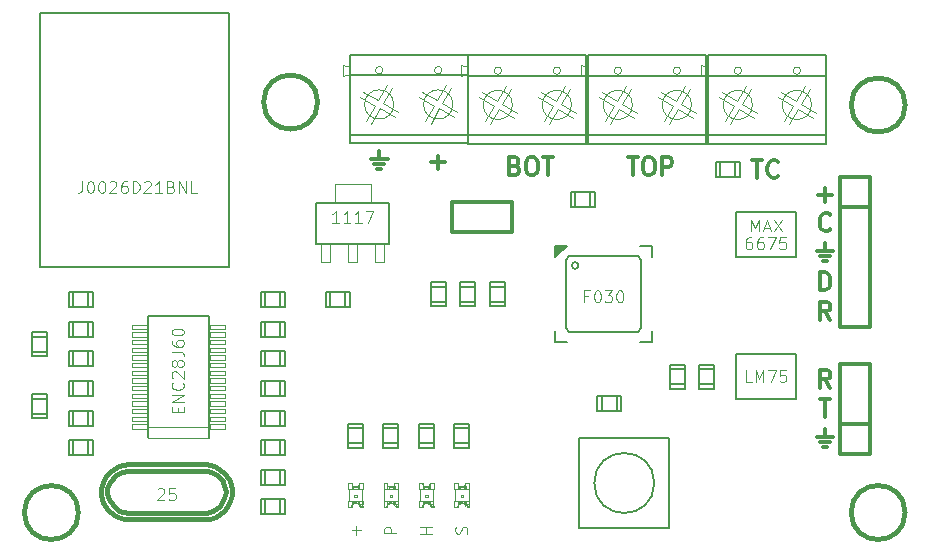
<source format=gto>
%FSLAX46Y46*%
G04 Gerber Fmt 4.6, Leading zero omitted, Abs format (unit mm)*
G04 Created by KiCad (PCBNEW (2014-jul-16 BZR unknown)-product) date Thu 14 Aug 2014 03:55:34 PM CEST*
%MOMM*%
G01*
G04 APERTURE LIST*
%ADD10C,0.020000*%
%ADD11C,0.300000*%
%ADD12C,0.100000*%
%ADD13C,0.127000*%
%ADD14C,0.066040*%
%ADD15C,0.101600*%
%ADD16C,0.050800*%
%ADD17C,0.150000*%
%ADD18C,0.152400*%
%ADD19C,0.076200*%
%ADD20C,0.038100*%
%ADD21C,0.304800*%
%ADD22C,0.203200*%
%ADD23C,0.149860*%
%ADD24C,0.381000*%
G04 APERTURE END LIST*
D10*
D11*
X54128572Y-21557143D02*
X55271429Y-21557143D01*
X54700000Y-22128571D02*
X54700000Y-20985714D01*
X48985715Y-21271429D02*
X50414286Y-21271429D01*
X49271429Y-21700000D02*
X50128572Y-21700000D01*
X49700000Y-20628571D02*
X49700000Y-21271429D01*
X49842858Y-22128571D02*
X49557143Y-22128571D01*
D12*
X24557143Y-23152381D02*
X24557143Y-23866667D01*
X24509523Y-24009524D01*
X24414285Y-24104762D01*
X24271428Y-24152381D01*
X24176190Y-24152381D01*
X25223809Y-23152381D02*
X25319048Y-23152381D01*
X25414286Y-23200000D01*
X25461905Y-23247619D01*
X25509524Y-23342857D01*
X25557143Y-23533333D01*
X25557143Y-23771429D01*
X25509524Y-23961905D01*
X25461905Y-24057143D01*
X25414286Y-24104762D01*
X25319048Y-24152381D01*
X25223809Y-24152381D01*
X25128571Y-24104762D01*
X25080952Y-24057143D01*
X25033333Y-23961905D01*
X24985714Y-23771429D01*
X24985714Y-23533333D01*
X25033333Y-23342857D01*
X25080952Y-23247619D01*
X25128571Y-23200000D01*
X25223809Y-23152381D01*
X26176190Y-23152381D02*
X26271429Y-23152381D01*
X26366667Y-23200000D01*
X26414286Y-23247619D01*
X26461905Y-23342857D01*
X26509524Y-23533333D01*
X26509524Y-23771429D01*
X26461905Y-23961905D01*
X26414286Y-24057143D01*
X26366667Y-24104762D01*
X26271429Y-24152381D01*
X26176190Y-24152381D01*
X26080952Y-24104762D01*
X26033333Y-24057143D01*
X25985714Y-23961905D01*
X25938095Y-23771429D01*
X25938095Y-23533333D01*
X25985714Y-23342857D01*
X26033333Y-23247619D01*
X26080952Y-23200000D01*
X26176190Y-23152381D01*
X26890476Y-23247619D02*
X26938095Y-23200000D01*
X27033333Y-23152381D01*
X27271429Y-23152381D01*
X27366667Y-23200000D01*
X27414286Y-23247619D01*
X27461905Y-23342857D01*
X27461905Y-23438095D01*
X27414286Y-23580952D01*
X26842857Y-24152381D01*
X27461905Y-24152381D01*
X28319048Y-23152381D02*
X28128571Y-23152381D01*
X28033333Y-23200000D01*
X27985714Y-23247619D01*
X27890476Y-23390476D01*
X27842857Y-23580952D01*
X27842857Y-23961905D01*
X27890476Y-24057143D01*
X27938095Y-24104762D01*
X28033333Y-24152381D01*
X28223810Y-24152381D01*
X28319048Y-24104762D01*
X28366667Y-24057143D01*
X28414286Y-23961905D01*
X28414286Y-23723810D01*
X28366667Y-23628571D01*
X28319048Y-23580952D01*
X28223810Y-23533333D01*
X28033333Y-23533333D01*
X27938095Y-23580952D01*
X27890476Y-23628571D01*
X27842857Y-23723810D01*
X28842857Y-24152381D02*
X28842857Y-23152381D01*
X29080952Y-23152381D01*
X29223810Y-23200000D01*
X29319048Y-23295238D01*
X29366667Y-23390476D01*
X29414286Y-23580952D01*
X29414286Y-23723810D01*
X29366667Y-23914286D01*
X29319048Y-24009524D01*
X29223810Y-24104762D01*
X29080952Y-24152381D01*
X28842857Y-24152381D01*
X29795238Y-23247619D02*
X29842857Y-23200000D01*
X29938095Y-23152381D01*
X30176191Y-23152381D01*
X30271429Y-23200000D01*
X30319048Y-23247619D01*
X30366667Y-23342857D01*
X30366667Y-23438095D01*
X30319048Y-23580952D01*
X29747619Y-24152381D01*
X30366667Y-24152381D01*
X31319048Y-24152381D02*
X30747619Y-24152381D01*
X31033333Y-24152381D02*
X31033333Y-23152381D01*
X30938095Y-23295238D01*
X30842857Y-23390476D01*
X30747619Y-23438095D01*
X32080953Y-23628571D02*
X32223810Y-23676190D01*
X32271429Y-23723810D01*
X32319048Y-23819048D01*
X32319048Y-23961905D01*
X32271429Y-24057143D01*
X32223810Y-24104762D01*
X32128572Y-24152381D01*
X31747619Y-24152381D01*
X31747619Y-23152381D01*
X32080953Y-23152381D01*
X32176191Y-23200000D01*
X32223810Y-23247619D01*
X32271429Y-23342857D01*
X32271429Y-23438095D01*
X32223810Y-23533333D01*
X32176191Y-23580952D01*
X32080953Y-23628571D01*
X31747619Y-23628571D01*
X32747619Y-24152381D02*
X32747619Y-23152381D01*
X33319048Y-24152381D01*
X33319048Y-23152381D01*
X34271429Y-24152381D02*
X33795238Y-24152381D01*
X33795238Y-23152381D01*
X81235715Y-40152381D02*
X80759524Y-40152381D01*
X80759524Y-39152381D01*
X81569048Y-40152381D02*
X81569048Y-39152381D01*
X81902382Y-39866667D01*
X82235715Y-39152381D01*
X82235715Y-40152381D01*
X82616667Y-39152381D02*
X83283334Y-39152381D01*
X82854762Y-40152381D01*
X84140477Y-39152381D02*
X83664286Y-39152381D01*
X83616667Y-39628571D01*
X83664286Y-39580952D01*
X83759524Y-39533333D01*
X83997620Y-39533333D01*
X84092858Y-39580952D01*
X84140477Y-39628571D01*
X84188096Y-39723810D01*
X84188096Y-39961905D01*
X84140477Y-40057143D01*
X84092858Y-40104762D01*
X83997620Y-40152381D01*
X83759524Y-40152381D01*
X83664286Y-40104762D01*
X83616667Y-40057143D01*
X81211905Y-27902381D02*
X81021428Y-27902381D01*
X80926190Y-27950000D01*
X80878571Y-27997619D01*
X80783333Y-28140476D01*
X80735714Y-28330952D01*
X80735714Y-28711905D01*
X80783333Y-28807143D01*
X80830952Y-28854762D01*
X80926190Y-28902381D01*
X81116667Y-28902381D01*
X81211905Y-28854762D01*
X81259524Y-28807143D01*
X81307143Y-28711905D01*
X81307143Y-28473810D01*
X81259524Y-28378571D01*
X81211905Y-28330952D01*
X81116667Y-28283333D01*
X80926190Y-28283333D01*
X80830952Y-28330952D01*
X80783333Y-28378571D01*
X80735714Y-28473810D01*
X82164286Y-27902381D02*
X81973809Y-27902381D01*
X81878571Y-27950000D01*
X81830952Y-27997619D01*
X81735714Y-28140476D01*
X81688095Y-28330952D01*
X81688095Y-28711905D01*
X81735714Y-28807143D01*
X81783333Y-28854762D01*
X81878571Y-28902381D01*
X82069048Y-28902381D01*
X82164286Y-28854762D01*
X82211905Y-28807143D01*
X82259524Y-28711905D01*
X82259524Y-28473810D01*
X82211905Y-28378571D01*
X82164286Y-28330952D01*
X82069048Y-28283333D01*
X81878571Y-28283333D01*
X81783333Y-28330952D01*
X81735714Y-28378571D01*
X81688095Y-28473810D01*
X82592857Y-27902381D02*
X83259524Y-27902381D01*
X82830952Y-28902381D01*
X84116667Y-27902381D02*
X83640476Y-27902381D01*
X83592857Y-28378571D01*
X83640476Y-28330952D01*
X83735714Y-28283333D01*
X83973810Y-28283333D01*
X84069048Y-28330952D01*
X84116667Y-28378571D01*
X84164286Y-28473810D01*
X84164286Y-28711905D01*
X84116667Y-28807143D01*
X84069048Y-28854762D01*
X83973810Y-28902381D01*
X83735714Y-28902381D01*
X83640476Y-28854762D01*
X83592857Y-28807143D01*
X81211905Y-27402381D02*
X81211905Y-26402381D01*
X81545239Y-27116667D01*
X81878572Y-26402381D01*
X81878572Y-27402381D01*
X82307143Y-27116667D02*
X82783334Y-27116667D01*
X82211905Y-27402381D02*
X82545238Y-26402381D01*
X82878572Y-27402381D01*
X83116667Y-26402381D02*
X83783334Y-27402381D01*
X83783334Y-26402381D02*
X83116667Y-27402381D01*
X30938095Y-49247619D02*
X30985714Y-49200000D01*
X31080952Y-49152381D01*
X31319048Y-49152381D01*
X31414286Y-49200000D01*
X31461905Y-49247619D01*
X31509524Y-49342857D01*
X31509524Y-49438095D01*
X31461905Y-49580952D01*
X30890476Y-50152381D01*
X31509524Y-50152381D01*
X32414286Y-49152381D02*
X31938095Y-49152381D01*
X31890476Y-49628571D01*
X31938095Y-49580952D01*
X32033333Y-49533333D01*
X32271429Y-49533333D01*
X32366667Y-49580952D01*
X32414286Y-49628571D01*
X32461905Y-49723810D01*
X32461905Y-49961905D01*
X32414286Y-50057143D01*
X32366667Y-50104762D01*
X32271429Y-50152381D01*
X32033333Y-50152381D01*
X31938095Y-50104762D01*
X31890476Y-50057143D01*
X67414286Y-32878571D02*
X67080952Y-32878571D01*
X67080952Y-33402381D02*
X67080952Y-32402381D01*
X67557143Y-32402381D01*
X68128571Y-32402381D02*
X68223810Y-32402381D01*
X68319048Y-32450000D01*
X68366667Y-32497619D01*
X68414286Y-32592857D01*
X68461905Y-32783333D01*
X68461905Y-33021429D01*
X68414286Y-33211905D01*
X68366667Y-33307143D01*
X68319048Y-33354762D01*
X68223810Y-33402381D01*
X68128571Y-33402381D01*
X68033333Y-33354762D01*
X67985714Y-33307143D01*
X67938095Y-33211905D01*
X67890476Y-33021429D01*
X67890476Y-32783333D01*
X67938095Y-32592857D01*
X67985714Y-32497619D01*
X68033333Y-32450000D01*
X68128571Y-32402381D01*
X68795238Y-32402381D02*
X69414286Y-32402381D01*
X69080952Y-32783333D01*
X69223810Y-32783333D01*
X69319048Y-32830952D01*
X69366667Y-32878571D01*
X69414286Y-32973810D01*
X69414286Y-33211905D01*
X69366667Y-33307143D01*
X69319048Y-33354762D01*
X69223810Y-33402381D01*
X68938095Y-33402381D01*
X68842857Y-33354762D01*
X68795238Y-33307143D01*
X70033333Y-32402381D02*
X70128572Y-32402381D01*
X70223810Y-32450000D01*
X70271429Y-32497619D01*
X70319048Y-32592857D01*
X70366667Y-32783333D01*
X70366667Y-33021429D01*
X70319048Y-33211905D01*
X70271429Y-33307143D01*
X70223810Y-33354762D01*
X70128572Y-33402381D01*
X70033333Y-33402381D01*
X69938095Y-33354762D01*
X69890476Y-33307143D01*
X69842857Y-33211905D01*
X69795238Y-33021429D01*
X69795238Y-32783333D01*
X69842857Y-32592857D01*
X69890476Y-32497619D01*
X69938095Y-32450000D01*
X70033333Y-32402381D01*
X57104762Y-52985714D02*
X57152381Y-52842857D01*
X57152381Y-52604761D01*
X57104762Y-52509523D01*
X57057143Y-52461904D01*
X56961905Y-52414285D01*
X56866667Y-52414285D01*
X56771429Y-52461904D01*
X56723810Y-52509523D01*
X56676190Y-52604761D01*
X56628571Y-52795238D01*
X56580952Y-52890476D01*
X56533333Y-52938095D01*
X56438095Y-52985714D01*
X56342857Y-52985714D01*
X56247619Y-52938095D01*
X56200000Y-52890476D01*
X56152381Y-52795238D01*
X56152381Y-52557142D01*
X56200000Y-52414285D01*
X54152381Y-52985714D02*
X53152381Y-52985714D01*
X53628571Y-52985714D02*
X53628571Y-52414285D01*
X54152381Y-52414285D02*
X53152381Y-52414285D01*
X51152381Y-52961905D02*
X50152381Y-52961905D01*
X50152381Y-52580952D01*
X50200000Y-52485714D01*
X50247619Y-52438095D01*
X50342857Y-52390476D01*
X50485714Y-52390476D01*
X50580952Y-52438095D01*
X50628571Y-52485714D01*
X50676190Y-52580952D01*
X50676190Y-52961905D01*
X47771429Y-53080952D02*
X47771429Y-52319047D01*
X48152381Y-52699999D02*
X47390476Y-52699999D01*
X46307143Y-26652381D02*
X45735714Y-26652381D01*
X46021428Y-26652381D02*
X46021428Y-25652381D01*
X45926190Y-25795238D01*
X45830952Y-25890476D01*
X45735714Y-25938095D01*
X47259524Y-26652381D02*
X46688095Y-26652381D01*
X46973809Y-26652381D02*
X46973809Y-25652381D01*
X46878571Y-25795238D01*
X46783333Y-25890476D01*
X46688095Y-25938095D01*
X48211905Y-26652381D02*
X47640476Y-26652381D01*
X47926190Y-26652381D02*
X47926190Y-25652381D01*
X47830952Y-25795238D01*
X47735714Y-25890476D01*
X47640476Y-25938095D01*
X48545238Y-25652381D02*
X49211905Y-25652381D01*
X48783333Y-26652381D01*
X32628571Y-42723810D02*
X32628571Y-42390476D01*
X33152381Y-42247619D02*
X33152381Y-42723810D01*
X32152381Y-42723810D01*
X32152381Y-42247619D01*
X33152381Y-41819048D02*
X32152381Y-41819048D01*
X33152381Y-41247619D01*
X32152381Y-41247619D01*
X33057143Y-40200000D02*
X33104762Y-40247619D01*
X33152381Y-40390476D01*
X33152381Y-40485714D01*
X33104762Y-40628572D01*
X33009524Y-40723810D01*
X32914286Y-40771429D01*
X32723810Y-40819048D01*
X32580952Y-40819048D01*
X32390476Y-40771429D01*
X32295238Y-40723810D01*
X32200000Y-40628572D01*
X32152381Y-40485714D01*
X32152381Y-40390476D01*
X32200000Y-40247619D01*
X32247619Y-40200000D01*
X32247619Y-39819048D02*
X32200000Y-39771429D01*
X32152381Y-39676191D01*
X32152381Y-39438095D01*
X32200000Y-39342857D01*
X32247619Y-39295238D01*
X32342857Y-39247619D01*
X32438095Y-39247619D01*
X32580952Y-39295238D01*
X33152381Y-39866667D01*
X33152381Y-39247619D01*
X32580952Y-38676191D02*
X32533333Y-38771429D01*
X32485714Y-38819048D01*
X32390476Y-38866667D01*
X32342857Y-38866667D01*
X32247619Y-38819048D01*
X32200000Y-38771429D01*
X32152381Y-38676191D01*
X32152381Y-38485714D01*
X32200000Y-38390476D01*
X32247619Y-38342857D01*
X32342857Y-38295238D01*
X32390476Y-38295238D01*
X32485714Y-38342857D01*
X32533333Y-38390476D01*
X32580952Y-38485714D01*
X32580952Y-38676191D01*
X32628571Y-38771429D01*
X32676190Y-38819048D01*
X32771429Y-38866667D01*
X32961905Y-38866667D01*
X33057143Y-38819048D01*
X33104762Y-38771429D01*
X33152381Y-38676191D01*
X33152381Y-38485714D01*
X33104762Y-38390476D01*
X33057143Y-38342857D01*
X32961905Y-38295238D01*
X32771429Y-38295238D01*
X32676190Y-38342857D01*
X32628571Y-38390476D01*
X32580952Y-38485714D01*
X32152381Y-37580952D02*
X32866667Y-37580952D01*
X33009524Y-37628572D01*
X33104762Y-37723810D01*
X33152381Y-37866667D01*
X33152381Y-37961905D01*
X32152381Y-36676190D02*
X32152381Y-36866667D01*
X32200000Y-36961905D01*
X32247619Y-37009524D01*
X32390476Y-37104762D01*
X32580952Y-37152381D01*
X32961905Y-37152381D01*
X33057143Y-37104762D01*
X33104762Y-37057143D01*
X33152381Y-36961905D01*
X33152381Y-36771428D01*
X33104762Y-36676190D01*
X33057143Y-36628571D01*
X32961905Y-36580952D01*
X32723810Y-36580952D01*
X32628571Y-36628571D01*
X32580952Y-36676190D01*
X32533333Y-36771428D01*
X32533333Y-36961905D01*
X32580952Y-37057143D01*
X32628571Y-37104762D01*
X32723810Y-37152381D01*
X32152381Y-35961905D02*
X32152381Y-35866666D01*
X32200000Y-35771428D01*
X32247619Y-35723809D01*
X32342857Y-35676190D01*
X32533333Y-35628571D01*
X32771429Y-35628571D01*
X32961905Y-35676190D01*
X33057143Y-35723809D01*
X33104762Y-35771428D01*
X33152381Y-35866666D01*
X33152381Y-35961905D01*
X33104762Y-36057143D01*
X33057143Y-36104762D01*
X32961905Y-36152381D01*
X32771429Y-36200000D01*
X32533333Y-36200000D01*
X32342857Y-36152381D01*
X32247619Y-36104762D01*
X32200000Y-36057143D01*
X32152381Y-35961905D01*
D11*
X81271429Y-21378571D02*
X82128572Y-21378571D01*
X81700001Y-22878571D02*
X81700001Y-21378571D01*
X83485715Y-22735714D02*
X83414286Y-22807143D01*
X83200000Y-22878571D01*
X83057143Y-22878571D01*
X82842858Y-22807143D01*
X82700000Y-22664286D01*
X82628572Y-22521429D01*
X82557143Y-22235714D01*
X82557143Y-22021429D01*
X82628572Y-21735714D01*
X82700000Y-21592857D01*
X82842858Y-21450000D01*
X83057143Y-21378571D01*
X83200000Y-21378571D01*
X83414286Y-21450000D01*
X83485715Y-21521429D01*
X70735714Y-21128571D02*
X71592857Y-21128571D01*
X71164286Y-22628571D02*
X71164286Y-21128571D01*
X72378571Y-21128571D02*
X72664285Y-21128571D01*
X72807143Y-21200000D01*
X72950000Y-21342857D01*
X73021428Y-21628571D01*
X73021428Y-22128571D01*
X72950000Y-22414286D01*
X72807143Y-22557143D01*
X72664285Y-22628571D01*
X72378571Y-22628571D01*
X72235714Y-22557143D01*
X72092857Y-22414286D01*
X72021428Y-22128571D01*
X72021428Y-21628571D01*
X72092857Y-21342857D01*
X72235714Y-21200000D01*
X72378571Y-21128571D01*
X73664286Y-22628571D02*
X73664286Y-21128571D01*
X74235714Y-21128571D01*
X74378572Y-21200000D01*
X74450000Y-21271429D01*
X74521429Y-21414286D01*
X74521429Y-21628571D01*
X74450000Y-21771429D01*
X74378572Y-21842857D01*
X74235714Y-21914286D01*
X73664286Y-21914286D01*
X61200000Y-21842857D02*
X61414286Y-21914286D01*
X61485714Y-21985714D01*
X61557143Y-22128571D01*
X61557143Y-22342857D01*
X61485714Y-22485714D01*
X61414286Y-22557143D01*
X61271428Y-22628571D01*
X60700000Y-22628571D01*
X60700000Y-21128571D01*
X61200000Y-21128571D01*
X61342857Y-21200000D01*
X61414286Y-21271429D01*
X61485714Y-21414286D01*
X61485714Y-21557143D01*
X61414286Y-21700000D01*
X61342857Y-21771429D01*
X61200000Y-21842857D01*
X60700000Y-21842857D01*
X62485714Y-21128571D02*
X62771428Y-21128571D01*
X62914286Y-21200000D01*
X63057143Y-21342857D01*
X63128571Y-21628571D01*
X63128571Y-22128571D01*
X63057143Y-22414286D01*
X62914286Y-22557143D01*
X62771428Y-22628571D01*
X62485714Y-22628571D01*
X62342857Y-22557143D01*
X62200000Y-22414286D01*
X62128571Y-22128571D01*
X62128571Y-21628571D01*
X62200000Y-21342857D01*
X62342857Y-21200000D01*
X62485714Y-21128571D01*
X63557143Y-21128571D02*
X64414286Y-21128571D01*
X63985715Y-22628571D02*
X63985715Y-21128571D01*
X86735715Y-44771429D02*
X88164286Y-44771429D01*
X87021429Y-45200000D02*
X87878572Y-45200000D01*
X87450000Y-44128571D02*
X87450000Y-44771429D01*
X87592858Y-45628571D02*
X87307143Y-45628571D01*
X86878572Y-24307143D02*
X88021429Y-24307143D01*
X87450000Y-24878571D02*
X87450000Y-23735714D01*
X87914286Y-27235714D02*
X87842857Y-27307143D01*
X87628571Y-27378571D01*
X87485714Y-27378571D01*
X87271429Y-27307143D01*
X87128571Y-27164286D01*
X87057143Y-27021429D01*
X86985714Y-26735714D01*
X86985714Y-26521429D01*
X87057143Y-26235714D01*
X87128571Y-26092857D01*
X87271429Y-25950000D01*
X87485714Y-25878571D01*
X87628571Y-25878571D01*
X87842857Y-25950000D01*
X87914286Y-26021429D01*
X87914286Y-34878571D02*
X87414286Y-34164286D01*
X87057143Y-34878571D02*
X87057143Y-33378571D01*
X87628571Y-33378571D01*
X87771429Y-33450000D01*
X87842857Y-33521429D01*
X87914286Y-33664286D01*
X87914286Y-33878571D01*
X87842857Y-34021429D01*
X87771429Y-34092857D01*
X87628571Y-34164286D01*
X87057143Y-34164286D01*
X87057143Y-32378571D02*
X87057143Y-30878571D01*
X87414286Y-30878571D01*
X87628571Y-30950000D01*
X87771429Y-31092857D01*
X87842857Y-31235714D01*
X87914286Y-31521429D01*
X87914286Y-31735714D01*
X87842857Y-32021429D01*
X87771429Y-32164286D01*
X87628571Y-32307143D01*
X87414286Y-32378571D01*
X87057143Y-32378571D01*
X86735715Y-29021429D02*
X88164286Y-29021429D01*
X87021429Y-29450000D02*
X87878572Y-29450000D01*
X87450000Y-28378571D02*
X87450000Y-29021429D01*
X87592858Y-29878571D02*
X87307143Y-29878571D01*
X87914286Y-40628571D02*
X87414286Y-39914286D01*
X87057143Y-40628571D02*
X87057143Y-39128571D01*
X87628571Y-39128571D01*
X87771429Y-39200000D01*
X87842857Y-39271429D01*
X87914286Y-39414286D01*
X87914286Y-39628571D01*
X87842857Y-39771429D01*
X87771429Y-39842857D01*
X87628571Y-39914286D01*
X87057143Y-39914286D01*
X87021429Y-41628571D02*
X87878572Y-41628571D01*
X87450001Y-43128571D02*
X87450001Y-41628571D01*
D13*
X72990000Y-48700000D02*
G75*
G03X72990000Y-48700000I-2540000J0D01*
G74*
G01*
X74260000Y-44890000D02*
X74260000Y-52510000D01*
X74260000Y-52510000D02*
X66640000Y-52510000D01*
X66640000Y-52510000D02*
X66640000Y-44890000D01*
X74260000Y-44890000D02*
X66640000Y-44890000D01*
X54065000Y-32065000D02*
X55335000Y-32065000D01*
X54065000Y-33335000D02*
X55309600Y-33335000D01*
X54065000Y-33716000D02*
X54065000Y-31684000D01*
X54065000Y-31684000D02*
X55335000Y-31684000D01*
X55335000Y-31684000D02*
X55335000Y-33716000D01*
X55335000Y-33716000D02*
X54065000Y-33716000D01*
X46835000Y-32565000D02*
X46835000Y-33835000D01*
X45565000Y-32565000D02*
X45565000Y-33809600D01*
X45184000Y-32565000D02*
X47216000Y-32565000D01*
X47216000Y-32565000D02*
X47216000Y-33835000D01*
X47216000Y-33835000D02*
X45184000Y-33835000D01*
X45184000Y-33835000D02*
X45184000Y-32565000D01*
X40065000Y-51335000D02*
X40065000Y-50065000D01*
X41335000Y-51335000D02*
X41335000Y-50090400D01*
X41716000Y-51335000D02*
X39684000Y-51335000D01*
X39684000Y-51335000D02*
X39684000Y-50065000D01*
X39684000Y-50065000D02*
X41716000Y-50065000D01*
X41716000Y-50065000D02*
X41716000Y-51335000D01*
X40065000Y-48835000D02*
X40065000Y-47565000D01*
X41335000Y-48835000D02*
X41335000Y-47590400D01*
X41716000Y-48835000D02*
X39684000Y-48835000D01*
X39684000Y-48835000D02*
X39684000Y-47565000D01*
X39684000Y-47565000D02*
X41716000Y-47565000D01*
X41716000Y-47565000D02*
X41716000Y-48835000D01*
X60335000Y-33335000D02*
X59065000Y-33335000D01*
X60335000Y-32065000D02*
X59090400Y-32065000D01*
X60335000Y-31684000D02*
X60335000Y-33716000D01*
X60335000Y-33716000D02*
X59065000Y-33716000D01*
X59065000Y-33716000D02*
X59065000Y-31684000D01*
X59065000Y-31684000D02*
X60335000Y-31684000D01*
X69835000Y-41315000D02*
X69835000Y-42585000D01*
X68565000Y-41315000D02*
X68565000Y-42559600D01*
X68184000Y-41315000D02*
X70216000Y-41315000D01*
X70216000Y-41315000D02*
X70216000Y-42585000D01*
X70216000Y-42585000D02*
X68184000Y-42585000D01*
X68184000Y-42585000D02*
X68184000Y-41315000D01*
X66315000Y-25335000D02*
X66315000Y-24065000D01*
X67585000Y-25335000D02*
X67585000Y-24090400D01*
X67966000Y-25335000D02*
X65934000Y-25335000D01*
X65934000Y-25335000D02*
X65934000Y-24065000D01*
X65934000Y-24065000D02*
X67966000Y-24065000D01*
X67966000Y-24065000D02*
X67966000Y-25335000D01*
X79835000Y-21565000D02*
X79835000Y-22835000D01*
X78565000Y-21565000D02*
X78565000Y-22809600D01*
X78184000Y-21565000D02*
X80216000Y-21565000D01*
X80216000Y-21565000D02*
X80216000Y-22835000D01*
X80216000Y-22835000D02*
X78184000Y-22835000D01*
X78184000Y-22835000D02*
X78184000Y-21565000D01*
X40065000Y-43835000D02*
X40065000Y-42565000D01*
X41335000Y-43835000D02*
X41335000Y-42590400D01*
X41716000Y-43835000D02*
X39684000Y-43835000D01*
X39684000Y-43835000D02*
X39684000Y-42565000D01*
X39684000Y-42565000D02*
X41716000Y-42565000D01*
X41716000Y-42565000D02*
X41716000Y-43835000D01*
X25085000Y-32565000D02*
X25085000Y-33835000D01*
X23815000Y-32565000D02*
X23815000Y-33809600D01*
X23434000Y-32565000D02*
X25466000Y-32565000D01*
X25466000Y-32565000D02*
X25466000Y-33835000D01*
X25466000Y-33835000D02*
X23434000Y-33835000D01*
X23434000Y-33835000D02*
X23434000Y-32565000D01*
X25085000Y-45065000D02*
X25085000Y-46335000D01*
X23815000Y-45065000D02*
X23815000Y-46309600D01*
X23434000Y-45065000D02*
X25466000Y-45065000D01*
X25466000Y-45065000D02*
X25466000Y-46335000D01*
X25466000Y-46335000D02*
X23434000Y-46335000D01*
X23434000Y-46335000D02*
X23434000Y-45065000D01*
X40065000Y-46335000D02*
X40065000Y-45065000D01*
X41335000Y-46335000D02*
X41335000Y-45090400D01*
X41716000Y-46335000D02*
X39684000Y-46335000D01*
X39684000Y-46335000D02*
X39684000Y-45065000D01*
X39684000Y-45065000D02*
X41716000Y-45065000D01*
X41716000Y-45065000D02*
X41716000Y-46335000D01*
X23815000Y-41335000D02*
X23815000Y-40065000D01*
X25085000Y-41335000D02*
X25085000Y-40090400D01*
X25466000Y-41335000D02*
X23434000Y-41335000D01*
X23434000Y-41335000D02*
X23434000Y-40065000D01*
X23434000Y-40065000D02*
X25466000Y-40065000D01*
X25466000Y-40065000D02*
X25466000Y-41335000D01*
X41335000Y-40065000D02*
X41335000Y-41335000D01*
X40065000Y-40065000D02*
X40065000Y-41309600D01*
X39684000Y-40065000D02*
X41716000Y-40065000D01*
X41716000Y-40065000D02*
X41716000Y-41335000D01*
X41716000Y-41335000D02*
X39684000Y-41335000D01*
X39684000Y-41335000D02*
X39684000Y-40065000D01*
D14*
X47400280Y-50197840D02*
X47075160Y-50197840D01*
X47075160Y-50197840D02*
X47075160Y-50698220D01*
X47400280Y-50698220D02*
X47075160Y-50698220D01*
X47400280Y-50197840D02*
X47400280Y-50698220D01*
X48022580Y-50197840D02*
X47872720Y-50197840D01*
X47872720Y-50197840D02*
X47872720Y-50449300D01*
X48022580Y-50449300D02*
X47872720Y-50449300D01*
X48022580Y-50197840D02*
X48022580Y-50449300D01*
X47527280Y-50197840D02*
X47377420Y-50197840D01*
X47377420Y-50197840D02*
X47377420Y-50449300D01*
X47527280Y-50449300D02*
X47377420Y-50449300D01*
X47527280Y-50197840D02*
X47527280Y-50449300D01*
X47898120Y-50197840D02*
X47501880Y-50197840D01*
X47501880Y-50197840D02*
X47501880Y-50373100D01*
X47898120Y-50373100D02*
X47501880Y-50373100D01*
X47898120Y-50197840D02*
X47898120Y-50373100D01*
X47400280Y-48701780D02*
X47075160Y-48701780D01*
X47075160Y-48701780D02*
X47075160Y-49202160D01*
X47400280Y-49202160D02*
X47075160Y-49202160D01*
X47400280Y-48701780D02*
X47400280Y-49202160D01*
X48324840Y-48701780D02*
X47999720Y-48701780D01*
X47999720Y-48701780D02*
X47999720Y-49202160D01*
X48324840Y-49202160D02*
X47999720Y-49202160D01*
X48324840Y-48701780D02*
X48324840Y-49202160D01*
X47527280Y-48950700D02*
X47377420Y-48950700D01*
X47377420Y-48950700D02*
X47377420Y-49202160D01*
X47527280Y-49202160D02*
X47377420Y-49202160D01*
X47527280Y-48950700D02*
X47527280Y-49202160D01*
X48022580Y-48950700D02*
X47872720Y-48950700D01*
X47872720Y-48950700D02*
X47872720Y-49202160D01*
X48022580Y-49202160D02*
X47872720Y-49202160D01*
X48022580Y-48950700D02*
X48022580Y-49202160D01*
X47898120Y-49026900D02*
X47501880Y-49026900D01*
X47501880Y-49026900D02*
X47501880Y-49202160D01*
X47898120Y-49202160D02*
X47501880Y-49202160D01*
X47898120Y-49026900D02*
X47898120Y-49202160D01*
X47799060Y-49700000D02*
X47600940Y-49700000D01*
X47600940Y-49700000D02*
X47600940Y-49898120D01*
X47799060Y-49898120D02*
X47600940Y-49898120D01*
X47799060Y-49700000D02*
X47799060Y-49898120D01*
X48299440Y-50197840D02*
X47999720Y-50197840D01*
X47999720Y-50197840D02*
X47999720Y-50497560D01*
X48299440Y-50497560D02*
X47999720Y-50497560D01*
X48299440Y-50197840D02*
X48299440Y-50497560D01*
X48324840Y-50624560D02*
X48098780Y-50624560D01*
X48098780Y-50624560D02*
X48098780Y-50698220D01*
X48324840Y-50698220D02*
X48098780Y-50698220D01*
X48324840Y-50624560D02*
X48324840Y-50698220D01*
D15*
X47125960Y-50223240D02*
X47125960Y-49176760D01*
X48274040Y-49202160D02*
X48274040Y-50624560D01*
D16*
X48221422Y-50548360D02*
G75*
G03X48221422Y-50548360I-71842J0D01*
G74*
G01*
D15*
X48047980Y-50698220D02*
G75*
G03X47352020Y-50698220I-347980J0D01*
G74*
G01*
X47352020Y-48701780D02*
G75*
G03X48047980Y-48701780I347980J0D01*
G74*
G01*
D14*
X56400280Y-50197840D02*
X56075160Y-50197840D01*
X56075160Y-50197840D02*
X56075160Y-50698220D01*
X56400280Y-50698220D02*
X56075160Y-50698220D01*
X56400280Y-50197840D02*
X56400280Y-50698220D01*
X57022580Y-50197840D02*
X56872720Y-50197840D01*
X56872720Y-50197840D02*
X56872720Y-50449300D01*
X57022580Y-50449300D02*
X56872720Y-50449300D01*
X57022580Y-50197840D02*
X57022580Y-50449300D01*
X56527280Y-50197840D02*
X56377420Y-50197840D01*
X56377420Y-50197840D02*
X56377420Y-50449300D01*
X56527280Y-50449300D02*
X56377420Y-50449300D01*
X56527280Y-50197840D02*
X56527280Y-50449300D01*
X56898120Y-50197840D02*
X56501880Y-50197840D01*
X56501880Y-50197840D02*
X56501880Y-50373100D01*
X56898120Y-50373100D02*
X56501880Y-50373100D01*
X56898120Y-50197840D02*
X56898120Y-50373100D01*
X56400280Y-48701780D02*
X56075160Y-48701780D01*
X56075160Y-48701780D02*
X56075160Y-49202160D01*
X56400280Y-49202160D02*
X56075160Y-49202160D01*
X56400280Y-48701780D02*
X56400280Y-49202160D01*
X57324840Y-48701780D02*
X56999720Y-48701780D01*
X56999720Y-48701780D02*
X56999720Y-49202160D01*
X57324840Y-49202160D02*
X56999720Y-49202160D01*
X57324840Y-48701780D02*
X57324840Y-49202160D01*
X56527280Y-48950700D02*
X56377420Y-48950700D01*
X56377420Y-48950700D02*
X56377420Y-49202160D01*
X56527280Y-49202160D02*
X56377420Y-49202160D01*
X56527280Y-48950700D02*
X56527280Y-49202160D01*
X57022580Y-48950700D02*
X56872720Y-48950700D01*
X56872720Y-48950700D02*
X56872720Y-49202160D01*
X57022580Y-49202160D02*
X56872720Y-49202160D01*
X57022580Y-48950700D02*
X57022580Y-49202160D01*
X56898120Y-49026900D02*
X56501880Y-49026900D01*
X56501880Y-49026900D02*
X56501880Y-49202160D01*
X56898120Y-49202160D02*
X56501880Y-49202160D01*
X56898120Y-49026900D02*
X56898120Y-49202160D01*
X56799060Y-49700000D02*
X56600940Y-49700000D01*
X56600940Y-49700000D02*
X56600940Y-49898120D01*
X56799060Y-49898120D02*
X56600940Y-49898120D01*
X56799060Y-49700000D02*
X56799060Y-49898120D01*
X57299440Y-50197840D02*
X56999720Y-50197840D01*
X56999720Y-50197840D02*
X56999720Y-50497560D01*
X57299440Y-50497560D02*
X56999720Y-50497560D01*
X57299440Y-50197840D02*
X57299440Y-50497560D01*
X57324840Y-50624560D02*
X57098780Y-50624560D01*
X57098780Y-50624560D02*
X57098780Y-50698220D01*
X57324840Y-50698220D02*
X57098780Y-50698220D01*
X57324840Y-50624560D02*
X57324840Y-50698220D01*
D15*
X56125960Y-50223240D02*
X56125960Y-49176760D01*
X57274040Y-49202160D02*
X57274040Y-50624560D01*
D16*
X57221422Y-50548360D02*
G75*
G03X57221422Y-50548360I-71842J0D01*
G74*
G01*
D15*
X57047980Y-50698220D02*
G75*
G03X56352020Y-50698220I-347980J0D01*
G74*
G01*
X56352020Y-48701780D02*
G75*
G03X57047980Y-48701780I347980J0D01*
G74*
G01*
D14*
X53400280Y-50197840D02*
X53075160Y-50197840D01*
X53075160Y-50197840D02*
X53075160Y-50698220D01*
X53400280Y-50698220D02*
X53075160Y-50698220D01*
X53400280Y-50197840D02*
X53400280Y-50698220D01*
X54022580Y-50197840D02*
X53872720Y-50197840D01*
X53872720Y-50197840D02*
X53872720Y-50449300D01*
X54022580Y-50449300D02*
X53872720Y-50449300D01*
X54022580Y-50197840D02*
X54022580Y-50449300D01*
X53527280Y-50197840D02*
X53377420Y-50197840D01*
X53377420Y-50197840D02*
X53377420Y-50449300D01*
X53527280Y-50449300D02*
X53377420Y-50449300D01*
X53527280Y-50197840D02*
X53527280Y-50449300D01*
X53898120Y-50197840D02*
X53501880Y-50197840D01*
X53501880Y-50197840D02*
X53501880Y-50373100D01*
X53898120Y-50373100D02*
X53501880Y-50373100D01*
X53898120Y-50197840D02*
X53898120Y-50373100D01*
X53400280Y-48701780D02*
X53075160Y-48701780D01*
X53075160Y-48701780D02*
X53075160Y-49202160D01*
X53400280Y-49202160D02*
X53075160Y-49202160D01*
X53400280Y-48701780D02*
X53400280Y-49202160D01*
X54324840Y-48701780D02*
X53999720Y-48701780D01*
X53999720Y-48701780D02*
X53999720Y-49202160D01*
X54324840Y-49202160D02*
X53999720Y-49202160D01*
X54324840Y-48701780D02*
X54324840Y-49202160D01*
X53527280Y-48950700D02*
X53377420Y-48950700D01*
X53377420Y-48950700D02*
X53377420Y-49202160D01*
X53527280Y-49202160D02*
X53377420Y-49202160D01*
X53527280Y-48950700D02*
X53527280Y-49202160D01*
X54022580Y-48950700D02*
X53872720Y-48950700D01*
X53872720Y-48950700D02*
X53872720Y-49202160D01*
X54022580Y-49202160D02*
X53872720Y-49202160D01*
X54022580Y-48950700D02*
X54022580Y-49202160D01*
X53898120Y-49026900D02*
X53501880Y-49026900D01*
X53501880Y-49026900D02*
X53501880Y-49202160D01*
X53898120Y-49202160D02*
X53501880Y-49202160D01*
X53898120Y-49026900D02*
X53898120Y-49202160D01*
X53799060Y-49700000D02*
X53600940Y-49700000D01*
X53600940Y-49700000D02*
X53600940Y-49898120D01*
X53799060Y-49898120D02*
X53600940Y-49898120D01*
X53799060Y-49700000D02*
X53799060Y-49898120D01*
X54299440Y-50197840D02*
X53999720Y-50197840D01*
X53999720Y-50197840D02*
X53999720Y-50497560D01*
X54299440Y-50497560D02*
X53999720Y-50497560D01*
X54299440Y-50197840D02*
X54299440Y-50497560D01*
X54324840Y-50624560D02*
X54098780Y-50624560D01*
X54098780Y-50624560D02*
X54098780Y-50698220D01*
X54324840Y-50698220D02*
X54098780Y-50698220D01*
X54324840Y-50624560D02*
X54324840Y-50698220D01*
D15*
X53125960Y-50223240D02*
X53125960Y-49176760D01*
X54274040Y-49202160D02*
X54274040Y-50624560D01*
D16*
X54221422Y-50548360D02*
G75*
G03X54221422Y-50548360I-71842J0D01*
G74*
G01*
D15*
X54047980Y-50698220D02*
G75*
G03X53352020Y-50698220I-347980J0D01*
G74*
G01*
X53352020Y-48701780D02*
G75*
G03X54047980Y-48701780I347980J0D01*
G74*
G01*
D14*
X50400280Y-50197840D02*
X50075160Y-50197840D01*
X50075160Y-50197840D02*
X50075160Y-50698220D01*
X50400280Y-50698220D02*
X50075160Y-50698220D01*
X50400280Y-50197840D02*
X50400280Y-50698220D01*
X51022580Y-50197840D02*
X50872720Y-50197840D01*
X50872720Y-50197840D02*
X50872720Y-50449300D01*
X51022580Y-50449300D02*
X50872720Y-50449300D01*
X51022580Y-50197840D02*
X51022580Y-50449300D01*
X50527280Y-50197840D02*
X50377420Y-50197840D01*
X50377420Y-50197840D02*
X50377420Y-50449300D01*
X50527280Y-50449300D02*
X50377420Y-50449300D01*
X50527280Y-50197840D02*
X50527280Y-50449300D01*
X50898120Y-50197840D02*
X50501880Y-50197840D01*
X50501880Y-50197840D02*
X50501880Y-50373100D01*
X50898120Y-50373100D02*
X50501880Y-50373100D01*
X50898120Y-50197840D02*
X50898120Y-50373100D01*
X50400280Y-48701780D02*
X50075160Y-48701780D01*
X50075160Y-48701780D02*
X50075160Y-49202160D01*
X50400280Y-49202160D02*
X50075160Y-49202160D01*
X50400280Y-48701780D02*
X50400280Y-49202160D01*
X51324840Y-48701780D02*
X50999720Y-48701780D01*
X50999720Y-48701780D02*
X50999720Y-49202160D01*
X51324840Y-49202160D02*
X50999720Y-49202160D01*
X51324840Y-48701780D02*
X51324840Y-49202160D01*
X50527280Y-48950700D02*
X50377420Y-48950700D01*
X50377420Y-48950700D02*
X50377420Y-49202160D01*
X50527280Y-49202160D02*
X50377420Y-49202160D01*
X50527280Y-48950700D02*
X50527280Y-49202160D01*
X51022580Y-48950700D02*
X50872720Y-48950700D01*
X50872720Y-48950700D02*
X50872720Y-49202160D01*
X51022580Y-49202160D02*
X50872720Y-49202160D01*
X51022580Y-48950700D02*
X51022580Y-49202160D01*
X50898120Y-49026900D02*
X50501880Y-49026900D01*
X50501880Y-49026900D02*
X50501880Y-49202160D01*
X50898120Y-49202160D02*
X50501880Y-49202160D01*
X50898120Y-49026900D02*
X50898120Y-49202160D01*
X50799060Y-49700000D02*
X50600940Y-49700000D01*
X50600940Y-49700000D02*
X50600940Y-49898120D01*
X50799060Y-49898120D02*
X50600940Y-49898120D01*
X50799060Y-49700000D02*
X50799060Y-49898120D01*
X51299440Y-50197840D02*
X50999720Y-50197840D01*
X50999720Y-50197840D02*
X50999720Y-50497560D01*
X51299440Y-50497560D02*
X50999720Y-50497560D01*
X51299440Y-50197840D02*
X51299440Y-50497560D01*
X51324840Y-50624560D02*
X51098780Y-50624560D01*
X51098780Y-50624560D02*
X51098780Y-50698220D01*
X51324840Y-50698220D02*
X51098780Y-50698220D01*
X51324840Y-50624560D02*
X51324840Y-50698220D01*
D15*
X50125960Y-50223240D02*
X50125960Y-49176760D01*
X51274040Y-49202160D02*
X51274040Y-50624560D01*
D16*
X51221422Y-50548360D02*
G75*
G03X51221422Y-50548360I-71842J0D01*
G74*
G01*
D15*
X51047980Y-50698220D02*
G75*
G03X50352020Y-50698220I-347980J0D01*
G74*
G01*
X50352020Y-48701780D02*
G75*
G03X51047980Y-48701780I347980J0D01*
G74*
G01*
D13*
X25085000Y-42565000D02*
X25085000Y-43835000D01*
X23815000Y-42565000D02*
X23815000Y-43809600D01*
X23434000Y-42565000D02*
X25466000Y-42565000D01*
X25466000Y-42565000D02*
X25466000Y-43835000D01*
X25466000Y-43835000D02*
X23434000Y-43835000D01*
X23434000Y-43835000D02*
X23434000Y-42565000D01*
D17*
X20950000Y-8950000D02*
X21450000Y-8950000D01*
X21450000Y-30450000D02*
X20950000Y-30450000D01*
X20950000Y-30450000D02*
X20950000Y-8950000D01*
X36950000Y-30450000D02*
X21450000Y-30450000D01*
X36950000Y-8950000D02*
X36950000Y-30450000D01*
X36950000Y-8950000D02*
X36950000Y-30450000D01*
X21200000Y-8950000D02*
X36950000Y-8950000D01*
X36950000Y-8950000D02*
X36950000Y-30450000D01*
X36950000Y-8950000D02*
X36950000Y-30450000D01*
X21200000Y-8950000D02*
X36950000Y-8950000D01*
D18*
X77571280Y-12490960D02*
X87568720Y-12490960D01*
X87568720Y-12490960D02*
X87568720Y-14220700D01*
X87568720Y-14220700D02*
X87568720Y-19249900D01*
X87568720Y-19249900D02*
X87568720Y-19989040D01*
X87568720Y-19989040D02*
X77571280Y-19989040D01*
X77571280Y-19989040D02*
X77571280Y-19249900D01*
X77571280Y-19249900D02*
X77571280Y-14220700D01*
X77571280Y-14220700D02*
X77571280Y-14086080D01*
X77571280Y-14086080D02*
X77571280Y-13496800D01*
X77571280Y-13496800D02*
X77571280Y-12490960D01*
D19*
X77571280Y-13496800D02*
X76992160Y-13341860D01*
X76992160Y-13341860D02*
X76992160Y-14241020D01*
X76992160Y-14241020D02*
X77571280Y-14086080D01*
D18*
X77571280Y-14220700D02*
X87568720Y-14220700D01*
X77571280Y-19249900D02*
X87568720Y-19249900D01*
D19*
X81155220Y-15315440D02*
X80413540Y-16595600D01*
X80413540Y-16595600D02*
X81696240Y-17339820D01*
X81447320Y-17771620D02*
X80162080Y-17029940D01*
X80162080Y-17029940D02*
X79420400Y-18312640D01*
X78988600Y-18063720D02*
X79730280Y-16781020D01*
X79730280Y-16781020D02*
X78445040Y-16041880D01*
X78696500Y-15607540D02*
X79979200Y-16346680D01*
X79979200Y-16346680D02*
X80720880Y-15066520D01*
X86151400Y-15315440D02*
X85409720Y-16595600D01*
X85409720Y-16595600D02*
X86694960Y-17339820D01*
X86443500Y-17771620D02*
X85160800Y-17029940D01*
X85160800Y-17029940D02*
X84419120Y-18312640D01*
X83984780Y-18063720D02*
X84726460Y-16781020D01*
X84726460Y-16781020D02*
X83443760Y-16041880D01*
X83692680Y-15607540D02*
X84977920Y-16346680D01*
X84977920Y-16346680D02*
X85719600Y-15066520D01*
D20*
X80386745Y-13791440D02*
G75*
G03X80386745Y-13791440I-316105J0D01*
G74*
G01*
X85385465Y-13791440D02*
G75*
G03X85385465Y-13791440I-316105J0D01*
G74*
G01*
X81306323Y-16689580D02*
G75*
G03X81306323Y-16689580I-1235683J0D01*
G74*
G01*
X86305043Y-16689580D02*
G75*
G03X86305043Y-16689580I-1235683J0D01*
G74*
G01*
D18*
X67411280Y-12490960D02*
X77408720Y-12490960D01*
X77408720Y-12490960D02*
X77408720Y-14220700D01*
X77408720Y-14220700D02*
X77408720Y-19249900D01*
X77408720Y-19249900D02*
X77408720Y-19989040D01*
X77408720Y-19989040D02*
X67411280Y-19989040D01*
X67411280Y-19989040D02*
X67411280Y-19249900D01*
X67411280Y-19249900D02*
X67411280Y-14220700D01*
X67411280Y-14220700D02*
X67411280Y-14086080D01*
X67411280Y-14086080D02*
X67411280Y-13496800D01*
X67411280Y-13496800D02*
X67411280Y-12490960D01*
D19*
X67411280Y-13496800D02*
X66832160Y-13341860D01*
X66832160Y-13341860D02*
X66832160Y-14241020D01*
X66832160Y-14241020D02*
X67411280Y-14086080D01*
D18*
X67411280Y-14220700D02*
X77408720Y-14220700D01*
X67411280Y-19249900D02*
X77408720Y-19249900D01*
D19*
X70995220Y-15315440D02*
X70253540Y-16595600D01*
X70253540Y-16595600D02*
X71536240Y-17339820D01*
X71287320Y-17771620D02*
X70002080Y-17029940D01*
X70002080Y-17029940D02*
X69260400Y-18312640D01*
X68828600Y-18063720D02*
X69570280Y-16781020D01*
X69570280Y-16781020D02*
X68285040Y-16041880D01*
X68536500Y-15607540D02*
X69819200Y-16346680D01*
X69819200Y-16346680D02*
X70560880Y-15066520D01*
X75991400Y-15315440D02*
X75249720Y-16595600D01*
X75249720Y-16595600D02*
X76534960Y-17339820D01*
X76283500Y-17771620D02*
X75000800Y-17029940D01*
X75000800Y-17029940D02*
X74259120Y-18312640D01*
X73824780Y-18063720D02*
X74566460Y-16781020D01*
X74566460Y-16781020D02*
X73283760Y-16041880D01*
X73532680Y-15607540D02*
X74817920Y-16346680D01*
X74817920Y-16346680D02*
X75559600Y-15066520D01*
D20*
X70226745Y-13791440D02*
G75*
G03X70226745Y-13791440I-316105J0D01*
G74*
G01*
X75225465Y-13791440D02*
G75*
G03X75225465Y-13791440I-316105J0D01*
G74*
G01*
X71146323Y-16689580D02*
G75*
G03X71146323Y-16689580I-1235683J0D01*
G74*
G01*
X76145043Y-16689580D02*
G75*
G03X76145043Y-16689580I-1235683J0D01*
G74*
G01*
D18*
X57251280Y-12490960D02*
X67248720Y-12490960D01*
X67248720Y-12490960D02*
X67248720Y-14220700D01*
X67248720Y-14220700D02*
X67248720Y-19249900D01*
X67248720Y-19249900D02*
X67248720Y-19989040D01*
X67248720Y-19989040D02*
X57251280Y-19989040D01*
X57251280Y-19989040D02*
X57251280Y-19249900D01*
X57251280Y-19249900D02*
X57251280Y-14220700D01*
X57251280Y-14220700D02*
X57251280Y-14086080D01*
X57251280Y-14086080D02*
X57251280Y-13496800D01*
X57251280Y-13496800D02*
X57251280Y-12490960D01*
D19*
X57251280Y-13496800D02*
X56672160Y-13341860D01*
X56672160Y-13341860D02*
X56672160Y-14241020D01*
X56672160Y-14241020D02*
X57251280Y-14086080D01*
D18*
X57251280Y-14220700D02*
X67248720Y-14220700D01*
X57251280Y-19249900D02*
X67248720Y-19249900D01*
D19*
X60835220Y-15315440D02*
X60093540Y-16595600D01*
X60093540Y-16595600D02*
X61376240Y-17339820D01*
X61127320Y-17771620D02*
X59842080Y-17029940D01*
X59842080Y-17029940D02*
X59100400Y-18312640D01*
X58668600Y-18063720D02*
X59410280Y-16781020D01*
X59410280Y-16781020D02*
X58125040Y-16041880D01*
X58376500Y-15607540D02*
X59659200Y-16346680D01*
X59659200Y-16346680D02*
X60400880Y-15066520D01*
X65831400Y-15315440D02*
X65089720Y-16595600D01*
X65089720Y-16595600D02*
X66374960Y-17339820D01*
X66123500Y-17771620D02*
X64840800Y-17029940D01*
X64840800Y-17029940D02*
X64099120Y-18312640D01*
X63664780Y-18063720D02*
X64406460Y-16781020D01*
X64406460Y-16781020D02*
X63123760Y-16041880D01*
X63372680Y-15607540D02*
X64657920Y-16346680D01*
X64657920Y-16346680D02*
X65399600Y-15066520D01*
D20*
X60066745Y-13791440D02*
G75*
G03X60066745Y-13791440I-316105J0D01*
G74*
G01*
X65065465Y-13791440D02*
G75*
G03X65065465Y-13791440I-316105J0D01*
G74*
G01*
X60986323Y-16689580D02*
G75*
G03X60986323Y-16689580I-1235683J0D01*
G74*
G01*
X65985043Y-16689580D02*
G75*
G03X65985043Y-16689580I-1235683J0D01*
G74*
G01*
D21*
X91220000Y-46260000D02*
X88680000Y-46260000D01*
X88680000Y-46260000D02*
X88680000Y-38640000D01*
X88680000Y-38640000D02*
X91220000Y-38640000D01*
X91220000Y-38640000D02*
X91220000Y-46260000D01*
X88680000Y-43720000D02*
X91220000Y-43720000D01*
X60990000Y-24930000D02*
X60990000Y-27470000D01*
X60990000Y-27470000D02*
X55910000Y-27470000D01*
X55910000Y-27470000D02*
X55910000Y-24930000D01*
X55910000Y-24930000D02*
X60990000Y-24930000D01*
D13*
X76815000Y-39065000D02*
X78085000Y-39065000D01*
X76815000Y-40335000D02*
X78059600Y-40335000D01*
X76815000Y-40716000D02*
X76815000Y-38684000D01*
X76815000Y-38684000D02*
X78085000Y-38684000D01*
X78085000Y-38684000D02*
X78085000Y-40716000D01*
X78085000Y-40716000D02*
X76815000Y-40716000D01*
X74315000Y-39065000D02*
X75585000Y-39065000D01*
X74315000Y-40335000D02*
X75559600Y-40335000D01*
X74315000Y-40716000D02*
X74315000Y-38684000D01*
X74315000Y-38684000D02*
X75585000Y-38684000D01*
X75585000Y-38684000D02*
X75585000Y-40716000D01*
X75585000Y-40716000D02*
X74315000Y-40716000D01*
X56565000Y-32065000D02*
X57835000Y-32065000D01*
X56565000Y-33335000D02*
X57809600Y-33335000D01*
X56565000Y-33716000D02*
X56565000Y-31684000D01*
X56565000Y-31684000D02*
X57835000Y-31684000D01*
X57835000Y-31684000D02*
X57835000Y-33716000D01*
X57835000Y-33716000D02*
X56565000Y-33716000D01*
X47065000Y-44065000D02*
X48335000Y-44065000D01*
X47065000Y-45335000D02*
X48309600Y-45335000D01*
X47065000Y-45716000D02*
X47065000Y-43684000D01*
X47065000Y-43684000D02*
X48335000Y-43684000D01*
X48335000Y-43684000D02*
X48335000Y-45716000D01*
X48335000Y-45716000D02*
X47065000Y-45716000D01*
X56065000Y-44065000D02*
X57335000Y-44065000D01*
X56065000Y-45335000D02*
X57309600Y-45335000D01*
X56065000Y-45716000D02*
X56065000Y-43684000D01*
X56065000Y-43684000D02*
X57335000Y-43684000D01*
X57335000Y-43684000D02*
X57335000Y-45716000D01*
X57335000Y-45716000D02*
X56065000Y-45716000D01*
X53065000Y-44065000D02*
X54335000Y-44065000D01*
X53065000Y-45335000D02*
X54309600Y-45335000D01*
X53065000Y-45716000D02*
X53065000Y-43684000D01*
X53065000Y-43684000D02*
X54335000Y-43684000D01*
X54335000Y-43684000D02*
X54335000Y-45716000D01*
X54335000Y-45716000D02*
X53065000Y-45716000D01*
X50065000Y-44065000D02*
X51335000Y-44065000D01*
X50065000Y-45335000D02*
X51309600Y-45335000D01*
X50065000Y-45716000D02*
X50065000Y-43684000D01*
X50065000Y-43684000D02*
X51335000Y-43684000D01*
X51335000Y-43684000D02*
X51335000Y-45716000D01*
X51335000Y-45716000D02*
X50065000Y-45716000D01*
X25085000Y-37565000D02*
X25085000Y-38835000D01*
X23815000Y-37565000D02*
X23815000Y-38809600D01*
X23434000Y-37565000D02*
X25466000Y-37565000D01*
X25466000Y-37565000D02*
X25466000Y-38835000D01*
X25466000Y-38835000D02*
X23434000Y-38835000D01*
X23434000Y-38835000D02*
X23434000Y-37565000D01*
X23815000Y-36335000D02*
X23815000Y-35065000D01*
X25085000Y-36335000D02*
X25085000Y-35090400D01*
X25466000Y-36335000D02*
X23434000Y-36335000D01*
X23434000Y-36335000D02*
X23434000Y-35065000D01*
X23434000Y-35065000D02*
X25466000Y-35065000D01*
X25466000Y-35065000D02*
X25466000Y-36335000D01*
X40065000Y-36335000D02*
X40065000Y-35065000D01*
X41335000Y-36335000D02*
X41335000Y-35090400D01*
X41716000Y-36335000D02*
X39684000Y-36335000D01*
X39684000Y-36335000D02*
X39684000Y-35065000D01*
X39684000Y-35065000D02*
X41716000Y-35065000D01*
X41716000Y-35065000D02*
X41716000Y-36335000D01*
X41335000Y-37565000D02*
X41335000Y-38835000D01*
X40065000Y-37565000D02*
X40065000Y-38809600D01*
X39684000Y-37565000D02*
X41716000Y-37565000D01*
X41716000Y-37565000D02*
X41716000Y-38835000D01*
X41716000Y-38835000D02*
X39684000Y-38835000D01*
X39684000Y-38835000D02*
X39684000Y-37565000D01*
X20315000Y-41565000D02*
X21585000Y-41565000D01*
X20315000Y-42835000D02*
X21559600Y-42835000D01*
X20315000Y-43216000D02*
X20315000Y-41184000D01*
X20315000Y-41184000D02*
X21585000Y-41184000D01*
X21585000Y-41184000D02*
X21585000Y-43216000D01*
X21585000Y-43216000D02*
X20315000Y-43216000D01*
X20315000Y-36315000D02*
X21585000Y-36315000D01*
X20315000Y-37585000D02*
X21559600Y-37585000D01*
X20315000Y-37966000D02*
X20315000Y-35934000D01*
X20315000Y-35934000D02*
X21585000Y-35934000D01*
X21585000Y-35934000D02*
X21585000Y-37966000D01*
X21585000Y-37966000D02*
X20315000Y-37966000D01*
X40065000Y-33835000D02*
X40065000Y-32565000D01*
X41335000Y-33835000D02*
X41335000Y-32590400D01*
X41716000Y-33835000D02*
X39684000Y-33835000D01*
X39684000Y-33835000D02*
X39684000Y-32565000D01*
X39684000Y-32565000D02*
X41716000Y-32565000D01*
X41716000Y-32565000D02*
X41716000Y-33835000D01*
X84990000Y-29605000D02*
X79910000Y-29605000D01*
X79910000Y-29605000D02*
X79910000Y-25795000D01*
X79910000Y-25795000D02*
X84990000Y-25795000D01*
X84990000Y-29605000D02*
X84990000Y-25795000D01*
D14*
X36637000Y-44101820D02*
X36637000Y-43746220D01*
X36637000Y-43746220D02*
X35341600Y-43746220D01*
X35341600Y-44101820D02*
X35341600Y-43746220D01*
X36637000Y-44101820D02*
X35341600Y-44101820D01*
X36637000Y-43451580D02*
X36637000Y-43095980D01*
X36637000Y-43095980D02*
X35341600Y-43095980D01*
X35341600Y-43451580D02*
X35341600Y-43095980D01*
X36637000Y-43451580D02*
X35341600Y-43451580D01*
X36637000Y-42801340D02*
X36637000Y-42445740D01*
X36637000Y-42445740D02*
X35341600Y-42445740D01*
X35341600Y-42801340D02*
X35341600Y-42445740D01*
X36637000Y-42801340D02*
X35341600Y-42801340D01*
X36637000Y-42151100D02*
X36637000Y-41795500D01*
X36637000Y-41795500D02*
X35341600Y-41795500D01*
X35341600Y-42151100D02*
X35341600Y-41795500D01*
X36637000Y-42151100D02*
X35341600Y-42151100D01*
X36637000Y-41500860D02*
X36637000Y-41145260D01*
X36637000Y-41145260D02*
X35341600Y-41145260D01*
X35341600Y-41500860D02*
X35341600Y-41145260D01*
X36637000Y-41500860D02*
X35341600Y-41500860D01*
X36637000Y-40850620D02*
X36637000Y-40495020D01*
X36637000Y-40495020D02*
X35341600Y-40495020D01*
X35341600Y-40850620D02*
X35341600Y-40495020D01*
X36637000Y-40850620D02*
X35341600Y-40850620D01*
X36637000Y-40200380D02*
X36637000Y-39844780D01*
X36637000Y-39844780D02*
X35341600Y-39844780D01*
X35341600Y-40200380D02*
X35341600Y-39844780D01*
X36637000Y-40200380D02*
X35341600Y-40200380D01*
X36637000Y-39555220D02*
X36637000Y-39199620D01*
X36637000Y-39199620D02*
X35341600Y-39199620D01*
X35341600Y-39555220D02*
X35341600Y-39199620D01*
X36637000Y-39555220D02*
X35341600Y-39555220D01*
X36637000Y-38904980D02*
X36637000Y-38549380D01*
X36637000Y-38549380D02*
X35341600Y-38549380D01*
X35341600Y-38904980D02*
X35341600Y-38549380D01*
X36637000Y-38904980D02*
X35341600Y-38904980D01*
X36637000Y-38254740D02*
X36637000Y-37899140D01*
X36637000Y-37899140D02*
X35341600Y-37899140D01*
X35341600Y-38254740D02*
X35341600Y-37899140D01*
X36637000Y-38254740D02*
X35341600Y-38254740D01*
X36637000Y-37604500D02*
X36637000Y-37248900D01*
X36637000Y-37248900D02*
X35341600Y-37248900D01*
X35341600Y-37604500D02*
X35341600Y-37248900D01*
X36637000Y-37604500D02*
X35341600Y-37604500D01*
X36637000Y-36954260D02*
X36637000Y-36598660D01*
X36637000Y-36598660D02*
X35341600Y-36598660D01*
X35341600Y-36954260D02*
X35341600Y-36598660D01*
X36637000Y-36954260D02*
X35341600Y-36954260D01*
X36637000Y-36304020D02*
X36637000Y-35948420D01*
X36637000Y-35948420D02*
X35341600Y-35948420D01*
X35341600Y-36304020D02*
X35341600Y-35948420D01*
X36637000Y-36304020D02*
X35341600Y-36304020D01*
X36637000Y-35653780D02*
X36637000Y-35298180D01*
X36637000Y-35298180D02*
X35341600Y-35298180D01*
X35341600Y-35653780D02*
X35341600Y-35298180D01*
X36637000Y-35653780D02*
X35341600Y-35653780D01*
X30058400Y-35653780D02*
X30058400Y-35298180D01*
X30058400Y-35298180D02*
X28763000Y-35298180D01*
X28763000Y-35653780D02*
X28763000Y-35298180D01*
X30058400Y-35653780D02*
X28763000Y-35653780D01*
X30058400Y-36304020D02*
X30058400Y-35948420D01*
X30058400Y-35948420D02*
X28763000Y-35948420D01*
X28763000Y-36304020D02*
X28763000Y-35948420D01*
X30058400Y-36304020D02*
X28763000Y-36304020D01*
X30058400Y-36954260D02*
X30058400Y-36598660D01*
X30058400Y-36598660D02*
X28763000Y-36598660D01*
X28763000Y-36954260D02*
X28763000Y-36598660D01*
X30058400Y-36954260D02*
X28763000Y-36954260D01*
X30058400Y-37604500D02*
X30058400Y-37248900D01*
X30058400Y-37248900D02*
X28763000Y-37248900D01*
X28763000Y-37604500D02*
X28763000Y-37248900D01*
X30058400Y-37604500D02*
X28763000Y-37604500D01*
X30058400Y-38254740D02*
X30058400Y-37899140D01*
X30058400Y-37899140D02*
X28763000Y-37899140D01*
X28763000Y-38254740D02*
X28763000Y-37899140D01*
X30058400Y-38254740D02*
X28763000Y-38254740D01*
X30058400Y-38904980D02*
X30058400Y-38549380D01*
X30058400Y-38549380D02*
X28763000Y-38549380D01*
X28763000Y-38904980D02*
X28763000Y-38549380D01*
X30058400Y-38904980D02*
X28763000Y-38904980D01*
X30058400Y-39555220D02*
X30058400Y-39199620D01*
X30058400Y-39199620D02*
X28763000Y-39199620D01*
X28763000Y-39555220D02*
X28763000Y-39199620D01*
X30058400Y-39555220D02*
X28763000Y-39555220D01*
X30058400Y-40200380D02*
X30058400Y-39844780D01*
X30058400Y-39844780D02*
X28763000Y-39844780D01*
X28763000Y-40200380D02*
X28763000Y-39844780D01*
X30058400Y-40200380D02*
X28763000Y-40200380D01*
X30058400Y-40850620D02*
X30058400Y-40495020D01*
X30058400Y-40495020D02*
X28763000Y-40495020D01*
X28763000Y-40850620D02*
X28763000Y-40495020D01*
X30058400Y-40850620D02*
X28763000Y-40850620D01*
X30058400Y-41500860D02*
X30058400Y-41145260D01*
X30058400Y-41145260D02*
X28763000Y-41145260D01*
X28763000Y-41500860D02*
X28763000Y-41145260D01*
X30058400Y-41500860D02*
X28763000Y-41500860D01*
X30058400Y-42151100D02*
X30058400Y-41795500D01*
X30058400Y-41795500D02*
X28763000Y-41795500D01*
X28763000Y-42151100D02*
X28763000Y-41795500D01*
X30058400Y-42151100D02*
X28763000Y-42151100D01*
X30058400Y-42801340D02*
X30058400Y-42445740D01*
X30058400Y-42445740D02*
X28763000Y-42445740D01*
X28763000Y-42801340D02*
X28763000Y-42445740D01*
X30058400Y-42801340D02*
X28763000Y-42801340D01*
X30058400Y-43451580D02*
X30058400Y-43095980D01*
X30058400Y-43095980D02*
X28763000Y-43095980D01*
X28763000Y-43451580D02*
X28763000Y-43095980D01*
X30058400Y-43451580D02*
X28763000Y-43451580D01*
X30058400Y-44101820D02*
X30058400Y-43746220D01*
X30058400Y-43746220D02*
X28763000Y-43746220D01*
X28763000Y-44101820D02*
X28763000Y-43746220D01*
X30058400Y-44101820D02*
X28763000Y-44101820D01*
X35298420Y-44899380D02*
X35298420Y-43924020D01*
X35298420Y-43924020D02*
X30101580Y-43924020D01*
X30101580Y-44899380D02*
X30101580Y-43924020D01*
X35298420Y-44899380D02*
X30101580Y-44899380D01*
D22*
X35298420Y-44797780D02*
X35298420Y-34602220D01*
X35298420Y-34602220D02*
X30101580Y-34602220D01*
X30101580Y-34602220D02*
X30101580Y-44797780D01*
D14*
X45926000Y-24922000D02*
X48974000Y-24922000D01*
X48974000Y-24922000D02*
X48974000Y-23398000D01*
X45926000Y-23398000D02*
X48974000Y-23398000D01*
X45926000Y-24922000D02*
X45926000Y-23398000D01*
X44783000Y-30002000D02*
X45545000Y-30002000D01*
X45545000Y-30002000D02*
X45545000Y-28478000D01*
X44783000Y-28478000D02*
X45545000Y-28478000D01*
X44783000Y-30002000D02*
X44783000Y-28478000D01*
X49355000Y-30002000D02*
X50117000Y-30002000D01*
X50117000Y-30002000D02*
X50117000Y-28478000D01*
X49355000Y-28478000D02*
X50117000Y-28478000D01*
X49355000Y-30002000D02*
X49355000Y-28478000D01*
X47069000Y-30002000D02*
X47831000Y-30002000D01*
X47831000Y-30002000D02*
X47831000Y-28478000D01*
X47069000Y-28478000D02*
X47831000Y-28478000D01*
X47069000Y-30002000D02*
X47069000Y-28478000D01*
D18*
X44328340Y-24970260D02*
X44328340Y-28427200D01*
X50571660Y-28427200D02*
X50571660Y-24970260D01*
X44328340Y-24970260D02*
X50571660Y-24970260D01*
X50571660Y-28427200D02*
X44328340Y-28427200D01*
D17*
X65500000Y-29900000D02*
X65500000Y-29800000D01*
X65500000Y-29800000D02*
X65800000Y-29500000D01*
X65800000Y-29500000D02*
X71600000Y-29500000D01*
X71600000Y-29500000D02*
X71900000Y-29800000D01*
X71900000Y-29800000D02*
X71900000Y-35600000D01*
X71900000Y-35600000D02*
X71600000Y-35900000D01*
X71600000Y-35900000D02*
X65800000Y-35900000D01*
X65800000Y-35900000D02*
X65500000Y-35600000D01*
X65500000Y-35600000D02*
X65500000Y-29900000D01*
D23*
X64801100Y-28600440D02*
X64600440Y-28801100D01*
X64600440Y-28999220D02*
X64999220Y-28600440D01*
X65199880Y-28600440D02*
X64600440Y-29199880D01*
X64600440Y-29400540D02*
X65400540Y-28600440D01*
X64600440Y-29601200D02*
X64600440Y-28600440D01*
X64600440Y-28600440D02*
X65601200Y-28600440D01*
X65601200Y-28600440D02*
X64600440Y-29601200D01*
X65601200Y-36799560D02*
X64600440Y-36799560D01*
X64600440Y-36799560D02*
X64600440Y-35798800D01*
X72799560Y-35798800D02*
X72799560Y-36799560D01*
X72799560Y-36799560D02*
X71798800Y-36799560D01*
X71798800Y-28600440D02*
X72799560Y-28600440D01*
X72799560Y-28600440D02*
X72799560Y-29601200D01*
D13*
X66570981Y-30287000D02*
G75*
G03X66570981Y-30287000I-283981J0D01*
G74*
G01*
X79910000Y-37795000D02*
X84990000Y-37795000D01*
X84990000Y-37795000D02*
X84990000Y-41605000D01*
X84990000Y-41605000D02*
X79910000Y-41605000D01*
X79910000Y-37795000D02*
X79910000Y-41605000D01*
D24*
X36399000Y-48449240D02*
X36599660Y-48850560D01*
X36599660Y-48850560D02*
X36701260Y-49450000D01*
X36701260Y-49450000D02*
X36599660Y-49950380D01*
X36599660Y-49950380D02*
X36200880Y-50648880D01*
X36200880Y-50648880D02*
X35598900Y-51050200D01*
X35598900Y-51050200D02*
X34999460Y-51250860D01*
X34999460Y-51250860D02*
X28400540Y-51250860D01*
X28400540Y-51250860D02*
X27699500Y-51050200D01*
X27699500Y-51050200D02*
X27300720Y-50750480D01*
X27300720Y-50750480D02*
X26899400Y-50250100D01*
X26899400Y-50250100D02*
X26698740Y-49650660D01*
X26698740Y-49650660D02*
X26698740Y-49150280D01*
X26698740Y-49150280D02*
X26899400Y-48649900D01*
X26899400Y-48649900D02*
X27399780Y-48050460D01*
X27399780Y-48050460D02*
X27900160Y-47750740D01*
X27900160Y-47750740D02*
X28400540Y-47649140D01*
X28499600Y-47649140D02*
X35101060Y-47649140D01*
X35101060Y-47649140D02*
X35499840Y-47750740D01*
X35499840Y-47750740D02*
X36000220Y-48050460D01*
X36000220Y-48050460D02*
X36500600Y-48550840D01*
X28509760Y-47120820D02*
X28050020Y-47169080D01*
X28050020Y-47169080D02*
X27651240Y-47280840D01*
X27651240Y-47280840D02*
X27219440Y-47499280D01*
X27219440Y-47499280D02*
X26929880Y-47730420D01*
X26929880Y-47730420D02*
X26599680Y-48080940D01*
X26599680Y-48080940D02*
X26310120Y-48619420D01*
X26310120Y-48619420D02*
X26180580Y-49218860D01*
X26180580Y-49218860D02*
X26180580Y-49729400D01*
X26180580Y-49729400D02*
X26350760Y-50430440D01*
X26350760Y-50430440D02*
X26749540Y-51019720D01*
X26749540Y-51019720D02*
X27209280Y-51390560D01*
X27209280Y-51390560D02*
X27630920Y-51598840D01*
X27630920Y-51598840D02*
X28080500Y-51758860D01*
X28080500Y-51758860D02*
X28519920Y-51789340D01*
X35860520Y-51570900D02*
X36238980Y-51349920D01*
X36238980Y-51349920D02*
X36559020Y-51070520D01*
X36559020Y-51070520D02*
X36810480Y-50740320D01*
X36810480Y-50740320D02*
X37110200Y-50189140D01*
X37110200Y-50189140D02*
X37219420Y-49719240D01*
X37219420Y-49719240D02*
X37239740Y-49259500D01*
X37239740Y-49259500D02*
X37150840Y-48799760D01*
X37150840Y-48799760D02*
X36960340Y-48350180D01*
X36960340Y-48350180D02*
X36599660Y-47880280D01*
X36599660Y-47880280D02*
X36249140Y-47560240D01*
X36249140Y-47560240D02*
X35860520Y-47329100D01*
X35860520Y-47329100D02*
X35431260Y-47189400D01*
X35431260Y-47189400D02*
X34989300Y-47120820D01*
X28499600Y-51779180D02*
X34951200Y-51779180D01*
X34951200Y-51779180D02*
X35370300Y-51741080D01*
X35370300Y-51741080D02*
X35860520Y-51570900D01*
X28499600Y-47120820D02*
X34951200Y-47120820D01*
X44486000Y-16450000D02*
G75*
G03X44486000Y-16450000I-2286000J0D01*
G74*
G01*
X24236000Y-51200000D02*
G75*
G03X24236000Y-51200000I-2286000J0D01*
G74*
G01*
X94236000Y-16700000D02*
G75*
G03X94236000Y-16700000I-2286000J0D01*
G74*
G01*
X94236000Y-51200000D02*
G75*
G03X94236000Y-51200000I-2286000J0D01*
G74*
G01*
D21*
X88680000Y-22830000D02*
X91220000Y-22830000D01*
X91220000Y-22830000D02*
X91220000Y-35530000D01*
X91220000Y-35530000D02*
X88680000Y-35530000D01*
X88680000Y-35530000D02*
X88680000Y-22830000D01*
X88680000Y-25370000D02*
X91220000Y-25370000D01*
D18*
X47201280Y-12450960D02*
X57198720Y-12450960D01*
X57198720Y-12450960D02*
X57198720Y-14180700D01*
X57198720Y-14180700D02*
X57198720Y-19209900D01*
X57198720Y-19209900D02*
X57198720Y-19949040D01*
X57198720Y-19949040D02*
X47201280Y-19949040D01*
X47201280Y-19949040D02*
X47201280Y-19209900D01*
X47201280Y-19209900D02*
X47201280Y-14180700D01*
X47201280Y-14180700D02*
X47201280Y-14046080D01*
X47201280Y-14046080D02*
X47201280Y-13456800D01*
X47201280Y-13456800D02*
X47201280Y-12450960D01*
D19*
X47201280Y-13456800D02*
X46622160Y-13301860D01*
X46622160Y-13301860D02*
X46622160Y-14201020D01*
X46622160Y-14201020D02*
X47201280Y-14046080D01*
D18*
X47201280Y-14180700D02*
X57198720Y-14180700D01*
X47201280Y-19209900D02*
X57198720Y-19209900D01*
D19*
X50785220Y-15275440D02*
X50043540Y-16555600D01*
X50043540Y-16555600D02*
X51326240Y-17299820D01*
X51077320Y-17731620D02*
X49792080Y-16989940D01*
X49792080Y-16989940D02*
X49050400Y-18272640D01*
X48618600Y-18023720D02*
X49360280Y-16741020D01*
X49360280Y-16741020D02*
X48075040Y-16001880D01*
X48326500Y-15567540D02*
X49609200Y-16306680D01*
X49609200Y-16306680D02*
X50350880Y-15026520D01*
X55781400Y-15275440D02*
X55039720Y-16555600D01*
X55039720Y-16555600D02*
X56324960Y-17299820D01*
X56073500Y-17731620D02*
X54790800Y-16989940D01*
X54790800Y-16989940D02*
X54049120Y-18272640D01*
X53614780Y-18023720D02*
X54356460Y-16741020D01*
X54356460Y-16741020D02*
X53073760Y-16001880D01*
X53322680Y-15567540D02*
X54607920Y-16306680D01*
X54607920Y-16306680D02*
X55349600Y-15026520D01*
D20*
X50016745Y-13751440D02*
G75*
G03X50016745Y-13751440I-316105J0D01*
G74*
G01*
X55015465Y-13751440D02*
G75*
G03X55015465Y-13751440I-316105J0D01*
G74*
G01*
X50936323Y-16649580D02*
G75*
G03X50936323Y-16649580I-1235683J0D01*
G74*
G01*
X55935043Y-16649580D02*
G75*
G03X55935043Y-16649580I-1235683J0D01*
G74*
G01*
M02*

</source>
